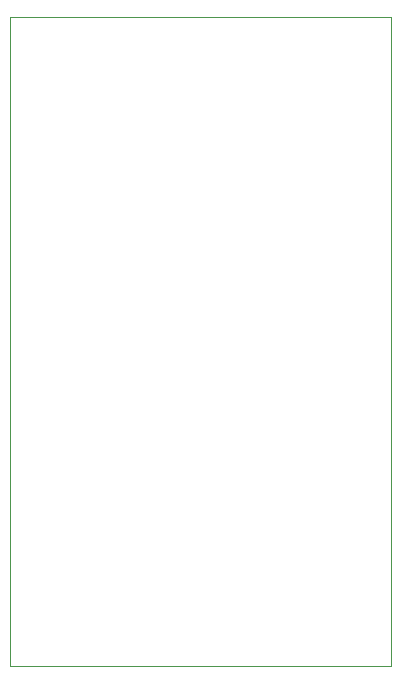
<source format=gbr>
%TF.GenerationSoftware,KiCad,Pcbnew,7.0.9*%
%TF.CreationDate,2024-03-13T22:19:24+01:00*%
%TF.ProjectId,Backlighting_LEDModule_PCB,4261636b-6c69-4676-9874-696e675f4c45,rev?*%
%TF.SameCoordinates,Original*%
%TF.FileFunction,Profile,NP*%
%FSLAX46Y46*%
G04 Gerber Fmt 4.6, Leading zero omitted, Abs format (unit mm)*
G04 Created by KiCad (PCBNEW 7.0.9) date 2024-03-13 22:19:24*
%MOMM*%
%LPD*%
G01*
G04 APERTURE LIST*
%TA.AperFunction,Profile*%
%ADD10C,0.100000*%
%TD*%
G04 APERTURE END LIST*
D10*
X100500000Y-52250000D02*
X132750000Y-52250000D01*
X132750000Y-107250000D01*
X100500000Y-107250000D01*
X100500000Y-52250000D01*
M02*

</source>
